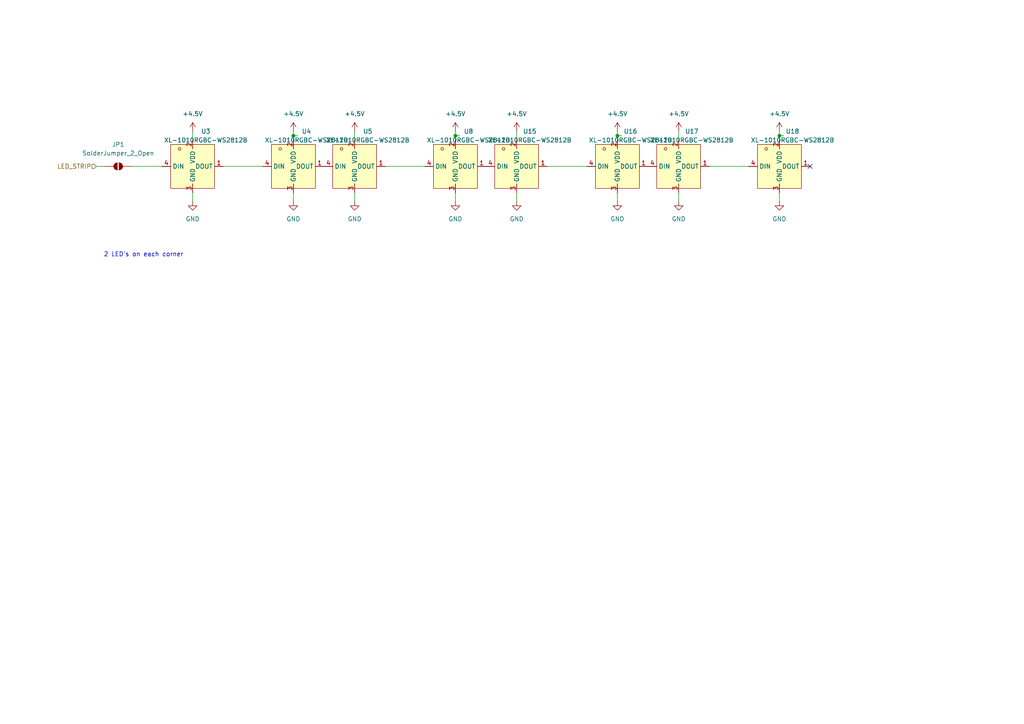
<source format=kicad_sch>
(kicad_sch (version 20250114) (generator "eeschema") (generator_version "9.0")
  (paper "A4")
  (lib_symbols
    (symbol "Jumper:SolderJumper_2_Open" (pin_numbers (hide yes)) (pin_names (offset 0) (hide yes)) (in_bom no)
      (property "Reference" "JP" (at 0 2.032 0))
      (property "Value" "SolderJumper_2_Open" (at 0 -2.54 0))
      (symbol "SolderJumper_2_Open_0_1"
        (polyline (pts (xy -0.254 1.016) (xy -0.254 -1.016)))
        (arc (start -0.254 -1.016) (mid -1.2656 0) (end -0.254 1.016))
        (arc (start -0.254 -1.016) (mid -1.2656 0) (end -0.254 1.016) (fill (type outline)))
        (arc (start 0.254 1.016) (mid 1.2656 0) (end 0.254 -1.016))
        (arc (start 0.254 1.016) (mid 1.2656 0) (end 0.254 -1.016) (fill (type outline)))
        (polyline (pts (xy 0.254 1.016) (xy 0.254 -1.016)))
      )
      (symbol "SolderJumper_2_Open_1_1"
        (pin passive line (at -3.81 0 0) (length 2.54) (name "A") (number "1"))
        (pin passive line (at 3.81 0 180) (length 2.54) (name "B") (number "2"))
      )
    )
    (symbol "lib:XL-1010RGBC-WS2812B"
      (property "Reference" "U3" (at 21.59 10.2302 0))
      (property "Value" "XL-1010RGBC-WS2812B" (at 21.59 7.6902 0))
      (symbol "XL-1010RGBC-WS2812B_0_1"
        (rectangle (start -7.62 6.35) (end 5.08 -6.35) (fill (type background)))
        (circle (center -5.08 5.08) (radius 0.38))
        (pin unspecified line (at -10.16 0 0) (length 2.54) (name "DIN") (number "4"))
        (pin unspecified line (at -1.27 7.62 270) (length 2.54) (name "VDD") (number "2"))
        (pin unspecified line (at -1.27 -7.62 90) (length 2.54) (name "GND") (number "3"))
        (pin unspecified line (at 7.62 0 180) (length 2.54) (name "DOUT") (number "1"))
      )
    )
    (symbol "power:+5V" (power) (pin_names (offset 0))
      (property "Value" "+5V" (at 0 3.556 0))
      (symbol "+5V_0_1"
        (polyline (pts (xy -0.762 1.27) (xy 0 2.54)))
        (polyline (pts (xy 0 2.54) (xy 0.762 1.27)))
        (polyline (pts (xy 0 0) (xy 0 2.54)))
      )
      (symbol "+5V_1_1"
        (pin power_in line (at 0 0 90) (length 0) (hide yes) (name "+5V") (number "1"))
      )
    )
    (symbol "power:GND" (power) (pin_numbers (hide yes)) (pin_names (offset 0) (hide yes))
      (property "Value" "GND" (at 0 -3.81 0))
      (symbol "GND_0_1"
        (polyline (pts (xy 0 0) (xy 0 -1.27) (xy 1.27 -1.27) (xy 0 -2.54) (xy -1.27 -1.27) (xy 0 -1.27)))
      )
      (symbol "GND_1_1"
        (pin power_in line (at 0 0 270) (length 0) (name "~") (number "1"))
      )
    )
  )
  (text "2 LED's on each corner\n" (at 41.656 73.914 0) (effects (font (size 1.27 1.27))))
  (junction (at 132.08 39.37))
  (junction (at 85.09 39.37))
  (junction (at 179.07 39.37))
  (junction (at 226.06 39.37))
  (no_connect (at 234.95 48.26))
  (wire (pts (xy 226.06 39.37) (xy 227.33 39.37)))
  (wire (pts (xy 38.1 48.26) (xy 46.99 48.26)))
  (wire (pts (xy 179.07 39.37) (xy 179.07 40.64)))
  (wire (pts (xy 85.09 55.88) (xy 85.09 58.42)))
  (wire (pts (xy 196.85 55.88) (xy 196.85 58.42)))
  (wire (pts (xy 196.85 38.1) (xy 196.85 40.64)))
  (wire (pts (xy 132.08 38.1) (xy 132.08 39.37)))
  (wire (pts (xy 27.94 48.26) (xy 30.48 48.26)))
  (wire (pts (xy 102.87 38.1) (xy 102.87 40.64)))
  (wire (pts (xy 85.09 39.37) (xy 86.36 39.37)))
  (wire (pts (xy 149.86 38.1) (xy 149.86 40.64)))
  (wire (pts (xy 179.07 38.1) (xy 179.07 39.37)))
  (wire (pts (xy 64.77 48.26) (xy 76.2 48.26)))
  (wire (pts (xy 179.07 55.88) (xy 179.07 58.42)))
  (wire (pts (xy 102.87 55.88) (xy 102.87 58.42)))
  (wire (pts (xy 111.76 48.26) (xy 123.19 48.26)))
  (wire (pts (xy 85.09 38.1) (xy 85.09 39.37)))
  (wire (pts (xy 132.08 39.37) (xy 132.08 40.64)))
  (wire (pts (xy 149.86 55.88) (xy 149.86 58.42)))
  (wire (pts (xy 226.06 55.88) (xy 226.06 58.42)))
  (wire (pts (xy 85.09 39.37) (xy 85.09 40.64)))
  (wire (pts (xy 132.08 39.37) (xy 133.35 39.37)))
  (wire (pts (xy 205.74 48.26) (xy 217.17 48.26)))
  (wire (pts (xy 55.88 38.1) (xy 55.88 40.64)))
  (wire (pts (xy 132.08 55.88) (xy 132.08 58.42)))
  (wire (pts (xy 226.06 39.37) (xy 226.06 40.64)))
  (wire (pts (xy 179.07 39.37) (xy 180.34 39.37)))
  (wire (pts (xy 226.06 38.1) (xy 226.06 39.37)))
  (wire (pts (xy 158.75 48.26) (xy 170.18 48.26)))
  (wire (pts (xy 55.88 55.88) (xy 55.88 58.42)))
  (hierarchical_label "LED_STRIP" (shape input) (at 27.94 48.26 180))
  (symbol (lib_id "power:GND") (at 55.88 58.42 0) (unit 1)
    (property "Reference" "#PWR0153" (effects (hide yes)))
    (property "Value" "GND" (at 55.88 63.5 0))
    (property "Description" "Power symbol creates a global label with name \"GND\" , ground" (effects (hide yes)))
  )
  (symbol (lib_id "power:+5V") (at 179.07 38.1 0) (unit 1)
    (property "Reference" "#PWR08" (effects (hide yes)))
    (property "Value" "+4.5V" (at 179.07 33.02 0))
  )
  (symbol (lib_id "power:+5V") (at 132.08 38.1 0) (unit 1)
    (property "Reference" "#PWR03" (effects (hide yes)))
    (property "Value" "+4.5V" (at 132.08 33.02 0))
  )
  (symbol (lib_id "power:+5V") (at 226.06 38.1 0) (unit 1)
    (property "Reference" "#PWR013" (effects (hide yes)))
    (property "Value" "+4.5V" (at 226.06 33.02 0))
  )
  (symbol (lib_id "lib:XL-1010RGBC-WS2812B") (at 104.14 48.26 0) (unit 1)
    (property "Reference" "U5" (at 106.68 38.1 0))
    (property "Value" "XL-1010RGBC-WS2812B" (at 106.68 40.64 0))
    (property "Footprint" "lib:LED-SMD_4P-L1.0-W1.0-TL_XL-1010RGBC-WS2812B" (effects (hide yes)))
    (property "LCSC Part" "C5349953" (effects (hide yes)))
  )
  (symbol (lib_id "lib:XL-1010RGBC-WS2812B") (at 151.13 48.26 0) (unit 1)
    (property "Reference" "U15" (at 153.67 38.1 0))
    (property "Value" "XL-1010RGBC-WS2812B" (at 153.67 40.64 0))
    (property "Footprint" "lib:LED-SMD_4P-L1.0-W1.0-TL_XL-1010RGBC-WS2812B" (effects (hide yes)))
    (property "LCSC Part" "C5349953" (effects (hide yes)))
  )
  (symbol (lib_id "power:GND") (at 179.07 58.42 0) (unit 1)
    (property "Reference" "#PWR09" (effects (hide yes)))
    (property "Value" "GND" (at 179.07 63.5 0))
    (property "Description" "Power symbol creates a global label with name \"GND\" , ground" (effects (hide yes)))
  )
  (symbol (lib_id "lib:XL-1010RGBC-WS2812B") (at 227.33 48.26 0) (unit 1)
    (property "Reference" "U18" (at 229.87 38.1 0))
    (property "Value" "XL-1010RGBC-WS2812B" (at 229.87 40.64 0))
    (property "Footprint" "lib:LED-SMD_4P-L1.0-W1.0-TL_XL-1010RGBC-WS2812B" (effects (hide yes)))
    (property "LCSC Part" "C5349953" (effects (hide yes)))
  )
  (symbol (lib_id "lib:XL-1010RGBC-WS2812B") (at 180.34 48.26 0) (unit 1)
    (property "Reference" "U16" (at 182.88 38.1 0))
    (property "Value" "XL-1010RGBC-WS2812B" (at 182.88 40.64 0))
    (property "Footprint" "lib:LED-SMD_4P-L1.0-W1.0-TL_XL-1010RGBC-WS2812B" (effects (hide yes)))
    (property "LCSC Part" "C5349953" (effects (hide yes)))
  )
  (symbol (lib_id "power:GND") (at 85.09 58.42 0) (unit 1)
    (property "Reference" "#PWR0156" (effects (hide yes)))
    (property "Value" "GND" (at 85.09 63.5 0))
    (property "Description" "Power symbol creates a global label with name \"GND\" , ground" (effects (hide yes)))
  )
  (symbol (lib_id "lib:XL-1010RGBC-WS2812B") (at 133.35 48.26 0) (unit 1)
    (property "Reference" "U8" (at 135.89 38.1 0))
    (property "Value" "XL-1010RGBC-WS2812B" (at 135.89 40.64 0))
    (property "Footprint" "lib:LED-SMD_4P-L1.0-W1.0-TL_XL-1010RGBC-WS2812B" (effects (hide yes)))
    (property "LCSC Part" "C5349953" (effects (hide yes)))
  )
  (symbol (lib_id "lib:XL-1010RGBC-WS2812B") (at 86.36 48.26 0) (unit 1)
    (property "Reference" "U4" (at 88.9 38.1 0))
    (property "Value" "XL-1010RGBC-WS2812B" (at 88.9 40.64 0))
    (property "Footprint" "lib:LED-SMD_4P-L1.0-W1.0-TL_XL-1010RGBC-WS2812B" (effects (hide yes)))
    (property "LCSC Part" "C5349953" (effects (hide yes)))
  )
  (symbol (lib_id "power:GND") (at 132.08 58.42 0) (unit 1)
    (property "Reference" "#PWR04" (effects (hide yes)))
    (property "Value" "GND" (at 132.08 63.5 0))
    (property "Description" "Power symbol creates a global label with name \"GND\" , ground" (effects (hide yes)))
  )
  (symbol (lib_id "power:+5V") (at 85.09 38.1 0) (unit 1)
    (property "Reference" "#PWR0155" (effects (hide yes)))
    (property "Value" "+4.5V" (at 85.09 33.02 0))
  )
  (symbol (lib_id "power:+5V") (at 55.88 38.1 0) (unit 1)
    (property "Reference" "#PWR0150" (effects (hide yes)))
    (property "Value" "+4.5V" (at 55.88 33.02 0))
  )
  (symbol (lib_id "power:+5V") (at 102.87 38.1 0) (unit 1)
    (property "Reference" "#PWR01" (effects (hide yes)))
    (property "Value" "+4.5V" (at 102.87 33.02 0))
  )
  (symbol (lib_id "Jumper:SolderJumper_2_Open") (at 34.29 48.26 0) (unit 1) (in_bom no)
    (property "Reference" "JP1" (at 34.29 41.91 0))
    (property "Value" "SolderJumper_2_Open" (at 34.29 44.45 0))
    (property "Footprint" "Jumper:SolderJumper-2_P1.3mm_Open_TrianglePad1.0x1.5mm" (effects (hide yes)))
    (property "Description" "Solder Jumper, 2-pole, open" (effects (hide yes)))
  )
  (symbol (lib_id "lib:XL-1010RGBC-WS2812B") (at 198.12 48.26 0) (unit 1)
    (property "Reference" "U17" (at 200.66 38.1 0))
    (property "Value" "XL-1010RGBC-WS2812B" (at 200.66 40.64 0))
    (property "Footprint" "lib:LED-SMD_4P-L1.0-W1.0-TL_XL-1010RGBC-WS2812B" (effects (hide yes)))
    (property "LCSC Part" "C5349953" (effects (hide yes)))
  )
  (symbol (lib_id "power:+5V") (at 149.86 38.1 0) (unit 1)
    (property "Reference" "#PWR06" (effects (hide yes)))
    (property "Value" "+4.5V" (at 149.86 33.02 0))
  )
  (symbol (lib_id "power:+5V") (at 196.85 38.1 0) (unit 1)
    (property "Reference" "#PWR011" (effects (hide yes)))
    (property "Value" "+4.5V" (at 196.85 33.02 0))
  )
  (symbol (lib_id "power:GND") (at 226.06 58.42 0) (unit 1)
    (property "Reference" "#PWR014" (effects (hide yes)))
    (property "Value" "GND" (at 226.06 63.5 0))
    (property "Description" "Power symbol creates a global label with name \"GND\" , ground" (effects (hide yes)))
  )
  (symbol (lib_id "power:GND") (at 102.87 58.42 0) (unit 1)
    (property "Reference" "#PWR02" (effects (hide yes)))
    (property "Value" "GND" (at 102.87 63.5 0))
    (property "Description" "Power symbol creates a global label with name \"GND\" , ground" (effects (hide yes)))
  )
  (symbol (lib_id "lib:XL-1010RGBC-WS2812B") (at 57.15 48.26 0) (unit 1)
    (property "Reference" "U3" (at 59.69 38.1 0))
    (property "Value" "XL-1010RGBC-WS2812B" (at 59.69 40.64 0))
    (property "Footprint" "lib:LED-SMD_4P-L1.0-W1.0-TL_XL-1010RGBC-WS2812B" (effects (hide yes)))
    (property "LCSC Part" "C5349953" (effects (hide yes)))
  )
  (symbol (lib_id "power:GND") (at 149.86 58.42 0) (unit 1)
    (property "Reference" "#PWR07" (effects (hide yes)))
    (property "Value" "GND" (at 149.86 63.5 0))
    (property "Description" "Power symbol creates a global label with name \"GND\" , ground" (effects (hide yes)))
  )
  (symbol (lib_id "power:GND") (at 196.85 58.42 0) (unit 1)
    (property "Reference" "#PWR012" (effects (hide yes)))
    (property "Value" "GND" (at 196.85 63.5 0))
    (property "Description" "Power symbol creates a global label with name \"GND\" , ground" (effects (hide yes)))
  )
)
</source>
